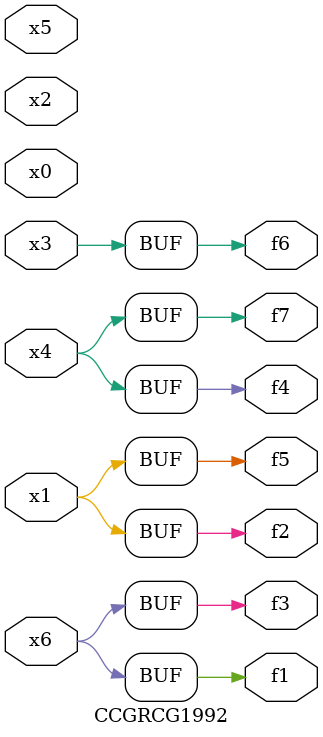
<source format=v>
module CCGRCG1992(
	input x0, x1, x2, x3, x4, x5, x6,
	output f1, f2, f3, f4, f5, f6, f7
);
	assign f1 = x6;
	assign f2 = x1;
	assign f3 = x6;
	assign f4 = x4;
	assign f5 = x1;
	assign f6 = x3;
	assign f7 = x4;
endmodule

</source>
